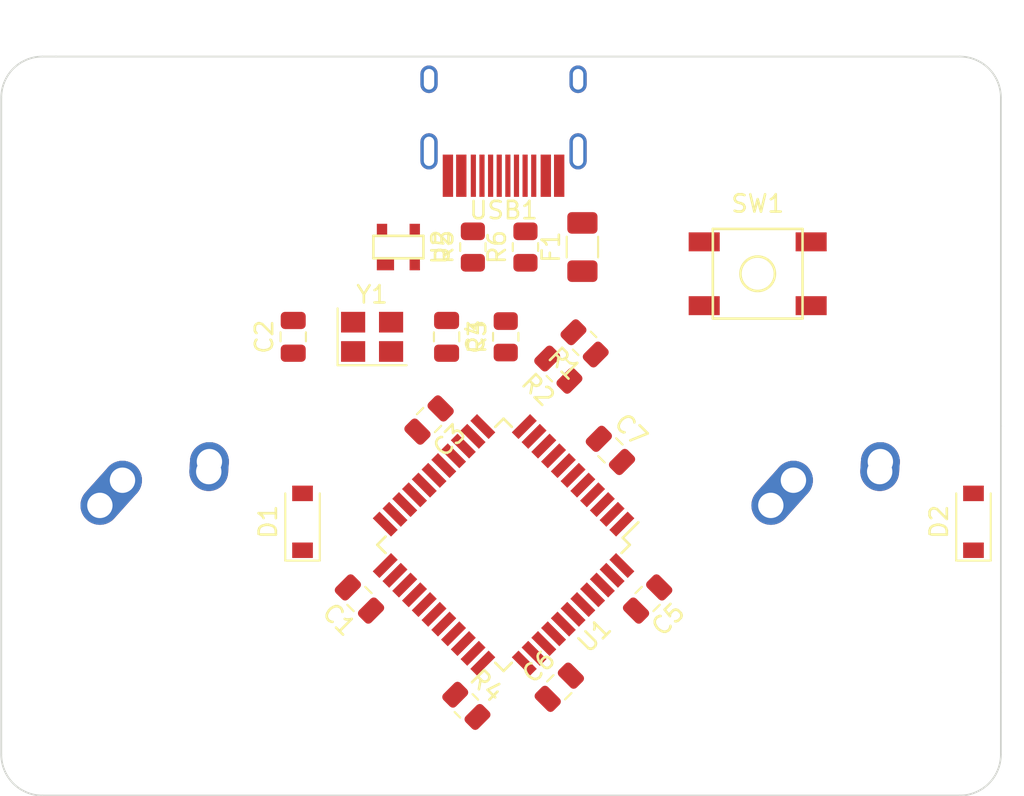
<source format=kicad_pcb>
(kicad_pcb (version 20211014) (generator pcbnew)
  (layers (0 "F.Cu" signal) (31 "B.Cu" signal) (34 "B.Paste" user) (35 "F.Paste" user) (36 "B.SilkS" user "B.Silkscreen") (37 "F.SilkS" user "F.Silkscreen") (38 "B.Mask" user) (39 "F.Mask" user) (44 "Edge.Cuts" user))
  (net 0 "")
  (net 1 "+5V")
  (net 2 "GND")
  (net 3 "XTAL1")
  (net 4 "XTAL2")
  (net 5 "Net-(C7-Pad1)")
  (net 6 "ROW0")
  (net 7 "Net-(D1-Pad2)")
  (net 8 "Net-(D2-Pad2)")
  (net 9 "VCC")
  (net 10 "COL0")
  (net 11 "COL1")
  (net 12 "D-")
  (net 13 "Net-(R1-Pad2)")
  (net 14 "D+")
  (net 15 "Net-(R2-Pad2)")
  (net 16 "Net-(R3-Pad2)")
  (net 17 "Net-(R4-Pad1)")
  (net 18 "Net-(R5-Pad2)")
  (net 19 "Net-(R6-Pad2)")
  (footprint "random-keyboard-parts:SKQG-1155865" (layer "F.Cu") (at 211.328 88.7984 180)
    (fp_text reference "SW1" (at 0 4.064) (layer "F.SilkS"))
    (fp_text value "SW_Push")
    (fp_line (start 2.6 -2.6) (end 2.6 2.6) (layer "F.SilkS") (width 0.15))
    (fp_line (start -2.6 -2.6) (end 2.6 -2.6) (layer "F.SilkS") (width 0.15))
    (fp_line (start -2.6 2.6) (end -2.6 -2.6) (layer "F.SilkS") (width 0.15))
    (fp_line (start 2.6 2.6) (end -2.6 2.6) (layer "F.SilkS") (width 0.15))
    (fp_circle (center 0 0) (end 1 0) (layer "F.SilkS") (width 0.15) (fill none))
    (pad "1" smd rect locked (at 3.1 1.85 180) (size 1.8 1.1) (layers "F.Cu" "F.Paste" "F.Mask") (net 2 "GND"))
    (pad "2" smd rect locked (at -3.1 -1.85 180) (size 1.8 1.1) (layers "F.Cu" "F.Paste" "F.Mask") (net 16 "Net-(R3-Pad2)"))
    (pad "3" smd rect locked (at 3.1 -1.85 180) (size 1.8 1.1) (layers "F.Cu" "F.Paste" "F.Mask"))
    (pad "4" smd rect locked (at -3.1 1.85 180) (size 1.8 1.1) (layers "F.Cu" "F.Paste" "F.Mask"))
  )
  (footprint "Capacitor_SMD:C_0805_2012Metric" (layer "F.Cu") (at 199.828892 112.782836 45)
    (fp_text reference "C6" (at 0 -1.68 45) (layer "F.SilkS"))
    (fp_text value "10uF")
    (fp_line (start -0.261252 0.735) (end 0.261252 0.735) (layer "F.SilkS") (width 0.12))
    (fp_line (start -0.261252 -0.735) (end 0.261252 -0.735) (layer "F.SilkS") (width 0.12))
    (pad "1" smd roundrect (at -0.95 0 45) (size 1 1.45) (layers "F.Cu" "F.Paste" "F.Mask") (net 1 "+5V"))
    (pad "2" smd roundrect (at 0.95 0 45) (size 1 1.45) (layers "F.Cu" "F.Paste" "F.Mask") (net 2 "GND"))
  )
  (footprint "Resistor_SMD:R_0805_2012Metric" (layer "F.Cu") (at 196.723 92.456 90)
    (fp_text reference "R3" (at 0 -1.65 90) (layer "F.SilkS"))
    (fp_text value "10k")
    (fp_line (start -0.227064 -0.735) (end 0.227064 -0.735) (layer "F.SilkS") (width 0.12))
    (fp_line (start -0.227064 0.735) (end 0.227064 0.735) (layer "F.SilkS") (width 0.12))
    (pad "1" smd roundrect (at -0.9125 0 90) (size 1.025 1.4) (layers "F.Cu" "F.Paste" "F.Mask") (roundrect_rratio 0.243902) (net 1 "+5V"))
    (pad "2" smd roundrect (at 0.9125 0 90) (size 1.025 1.4) (layers "F.Cu" "F.Paste" "F.Mask") (roundrect_rratio 0.243902) (net 16 "Net-(R3-Pad2)"))
  )
  (footprint "Diode_SMD:D_SOD-123" (layer "F.Cu") (at 223.8375 103.1875 90)
    (fp_text reference "D2" (at 0 -2 90) (layer "F.SilkS"))
    (fp_text value "D_Small")
    (fp_line (start -2.25 -1) (end -2.25 1) (layer "F.SilkS") (width 0.12))
    (fp_line (start -2.25 -1) (end 1.65 -1) (layer "F.SilkS") (width 0.12))
    (fp_line (start -2.25 1) (end 1.65 1) (layer "F.SilkS") (width 0.12))
    (pad "1" smd rect (at -1.65 0 90) (size 0.9 1.2) (layers "F.Cu" "F.Paste" "F.Mask") (net 6 "ROW0"))
    (pad "2" smd rect (at 1.65 0 90) (size 0.9 1.2) (layers "F.Cu" "F.Paste" "F.Mask") (net 8 "Net-(D2-Pad2)"))
  )
  (footprint "Resistor_SMD:R_0805_2012Metric" (layer "F.Cu") (at 199.771 94.361 135)
    (fp_text reference "R2" (at 0 -1.65 135) (layer "F.SilkS"))
    (fp_text value "22")
    (fp_line (start -0.227064 -0.735) (end 0.227064 -0.735) (layer "F.SilkS") (width 0.12))
    (fp_line (start -0.227064 0.735) (end 0.227064 0.735) (layer "F.SilkS") (width 0.12))
    (pad "1" smd roundrect (at -0.9125 0 135) (size 1.025 1.4) (layers "F.Cu" "F.Paste" "F.Mask") (roundrect_rratio 0.243902) (net 14 "D+"))
    (pad "2" smd roundrect (at 0.9125 0 135) (size 1.025 1.4) (layers "F.Cu" "F.Paste" "F.Mask") (roundrect_rratio 0.243902) (net 15 "Net-(R2-Pad2)"))
  )
  (footprint "Capacitor_SMD:C_0805_2012Metric" (layer "F.Cu") (at 202.792377 99.043044 -45)
    (fp_text reference "C7" (at 0 -1.68 135) (layer "F.SilkS"))
    (fp_text value "1uF")
    (fp_line (start -0.261252 -0.735) (end 0.261252 -0.735) (layer "F.SilkS") (width 0.12))
    (fp_line (start -0.261252 0.735) (end 0.261252 0.735) (layer "F.SilkS") (width 0.12))
    (pad "1" smd roundrect (at -0.95 0 315) (size 1 1.45) (layers "F.Cu" "F.Paste" "F.Mask") (net 5 "Net-(C7-Pad1)"))
    (pad "2" smd roundrect (at 0.95 0 315) (size 1 1.45) (layers "F.Cu" "F.Paste" "F.Mask") (net 2 "GND"))
  )
  (footprint "Type-C:HRO-TYPE-C-31-M-12-HandSoldering" (layer "F.Cu") (at 196.596 74.917 180)
    (fp_text reference "USB1" (at 0 -10.2) (layer "F.SilkS"))
    (fp_text value "HRO-TYPE-C-31-M-12")
    (pad "" np_thru_hole circle locked (at 2.89 -6.25 180) (size 0.65 0.65) (drill 0.65) (layers *.Cu *.Mask))
    (pad "" np_thru_hole circle locked (at -2.89 -6.25 180) (size 0.65 0.65) (drill 0.65) (layers *.Cu *.Mask))
    (pad "1" smd rect locked (at -3.225 -8.195 180) (size 0.6 2.45) (layers "F.Cu" "F.Paste" "F.Mask") (net 2 "GND"))
    (pad "2" smd rect locked (at -2.45 -8.195 180) (size 0.6 2.45) (layers "F.Cu" "F.Paste" "F.Mask") (net 9 "VCC"))
    (pad "3" smd rect locked (at -1.75 -8.195 180) (size 0.3 2.45) (layers "F.Cu" "F.Paste" "F.Mask"))
    (pad "4" smd rect locked (at -1.25 -8.195 180) (size 0.3 2.45) (layers "F.Cu" "F.Paste" "F.Mask") (net 19 "Net-(R6-Pad2)"))
    (pad "5" smd rect locked (at -0.75 -8.195 180) (size 0.3 2.45) (layers "F.Cu" "F.Paste" "F.Mask") (net 12 "D-"))
    (pad "6" smd rect locked (at -0.25 -8.195 180) (size 0.3 2.45) (layers "F.Cu" "F.Paste" "F.Mask") (net 14 "D+"))
    (pad "7" smd rect locked (at 0.25 -8.195 180) (size 0.3 2.45) (layers "F.Cu" "F.Paste" "F.Mask") (net 12 "D-"))
    (pad "8" smd rect locked (at 0.75 -8.195 180) (size 0.3 2.45) (layers "F.Cu" "F.Paste" "F.Mask") (net 14 "D+"))
    (pad "9" smd rect locked (at 1.25 -8.195 180) (size 0.3 2.45) (layers "F.Cu" "F.Paste" "F.Mask"))
    (pad "10" smd rect locked (at 1.75 -8.195 180) (size 0.3 2.45) (layers "F.Cu" "F.Paste" "F.Mask") (net 18 "Net-(R5-Pad2)"))
    (pad "11" smd rect locked (at 2.45 -8.195 180) (size 0.6 2.45) (layers "F.Cu" "F.Paste" "F.Mask") (net 9 "VCC"))
    (pad "12" smd rect locked (at 3.225 -8.195 180) (size 0.6 2.45) (layers "F.Cu" "F.Paste" "F.Mask") (net 2 "GND"))
    (pad "13" thru_hole oval locked (at -4.32 -6.78 180) (size 1 2.1) (drill oval 0.6 1.7) (layers *.Cu "B.Mask") (net 2 "GND"))
    (pad "13" thru_hole oval locked (at 4.32 -6.78 180) (size 1 2.1) (drill oval 0.6 1.7) (layers *.Cu "B.Mask") (net 2 "GND"))
    (pad "13" thru_hole oval locked (at -4.32 -2.6 180) (size 1 1.6) (drill oval 0.6 1.2) (layers *.Cu "B.Mask") (net 2 "GND"))
    (pad "13" thru_hole oval locked (at 4.32 -2.6 180) (size 1 1.6) (drill oval 0.6 1.2) (layers *.Cu "B.Mask") (net 2 "GND"))
  )
  (footprint "Resistor_SMD:R_0805_2012Metric" (layer "F.Cu") (at 197.866 87.249 90)
    (fp_text reference "R6" (at 0 -1.65 90) (layer "F.SilkS"))
    (fp_text value "5.1k")
    (fp_line (start -0.227064 -0.735) (end 0.227064 -0.735) (layer "F.SilkS") (width 0.12))
    (fp_line (start -0.227064 0.735) (end 0.227064 0.735) (layer "F.SilkS") (width 0.12))
    (pad "1" smd roundrect (at -0.9125 0 90) (size 1.025 1.4) (layers "F.Cu" "F.Paste" "F.Mask") (roundrect_rratio 0.243902) (net 2 "GND"))
    (pad "2" smd roundrect (at 0.9125 0 90) (size 1.025 1.4) (layers "F.Cu" "F.Paste" "F.Mask") (roundrect_rratio 0.243902) (net 19 "Net-(R6-Pad2)"))
  )
  (footprint "MX_Alps_Hybrid:MX-1U-NoLED" (layer "F.Cu") (at 215.9 104.775)
    (fp_text reference "MX2")
    (fp_text value "MX-NoLED")
    (pad "" np_thru_hole circle locked (at 5.08 0 48.0996) (size 1.75 1.75) (drill 1.75) (layers *.Cu *.Mask))
    (pad "" np_thru_hole circle locked (at -5.08 0 48.0996) (size 1.75 1.75) (drill 1.75) (layers *.Cu *.Mask))
    (pad "" np_thru_hole circle locked (at 0 0) (size 3.9878 3.9878) (drill 3.9878) (layers *.Cu *.Mask))
    (pad "1" thru_hole oval locked (at -3.81 -2.54 48.0996) (size 4.211556 2.25) (drill 1.47 (offset 0.980778 0)) (layers *.Cu "B.Mask") (net 11 "COL1"))
    (pad "1" thru_hole circle locked (at -2.5 -4) (size 2.25 2.25) (drill 1.47) (layers *.Cu "B.Mask") (net 11 "COL1"))
    (pad "2" thru_hole oval locked (at 2.5 -4.5 86.0548) (size 2.831378 2.25) (drill 1.47 (offset 0.290689 0)) (layers *.Cu "B.Mask") (net 8 "Net-(D2-Pad2)"))
    (pad "2" thru_hole circle locked (at 2.54 -5.08) (size 2.25 2.25) (drill 1.47) (layers *.Cu "B.Mask") (net 8 "Net-(D2-Pad2)"))
  )
  (footprint "Crystal:Crystal_SMD_3225-4Pin_3.2x2.5mm" (layer "F.Cu") (at 188.976 92.456)
    (fp_text reference "Y1" (at 0 -2.45) (layer "F.SilkS"))
    (fp_text value "16M")
    (fp_line (start -2 -1.65) (end -2 1.65) (layer "F.SilkS") (width 0.12))
    (fp_line (start -2 1.65) (end 2 1.65) (layer "F.SilkS") (width 0.12))
    (pad "1" smd rect (at -1.1 0.85) (size 1.4 1.2) (layers "F.Cu" "F.Paste" "F.Mask") (net 3 "XTAL1"))
    (pad "2" smd rect (at 1.1 0.85) (size 1.4 1.2) (layers "F.Cu" "F.Paste" "F.Mask") (net 2 "GND"))
    (pad "3" smd rect (at 1.1 -0.85) (size 1.4 1.2) (layers "F.Cu" "F.Paste" "F.Mask") (net 4 "XTAL2"))
    (pad "4" smd rect (at -1.1 -0.85) (size 1.4 1.2) (layers "F.Cu" "F.Paste" "F.Mask") (net 2 "GND"))
  )
  (footprint "Capacitor_SMD:C_0805_2012Metric" (layer "F.Cu") (at 184.404 92.456 90)
    (fp_text reference "C2" (at 0 -1.68 90) (layer "F.SilkS"))
    (fp_text value "22p")
    (fp_line (start -0.261252 0.735) (end 0.261252 0.735) (layer "F.SilkS") (width 0.12))
    (fp_line (start -0.261252 -0.735) (end 0.261252 -0.735) (layer "F.SilkS") (width 0.12))
    (pad "1" smd roundrect (at -0.95 0 90) (size 1 1.45) (layers "F.Cu" "F.Paste" "F.Mask") (net 3 "XTAL1"))
    (pad "2" smd roundrect (at 0.95 0 90) (size 1 1.45) (layers "F.Cu" "F.Paste" "F.Mask") (net 2 "GND"))
  )
  (footprint "Resistor_SMD:R_0805_2012Metric" (layer "F.Cu") (at 194.440739 113.860466 -45)
    (fp_text reference "R4" (at 0 -1.65 135) (layer "F.SilkS"))
    (fp_text value "10k")
    (fp_line (start -0.227064 -0.735) (end 0.227064 -0.735) (layer "F.SilkS") (width 0.12))
    (fp_line (start -0.227064 0.735) (end 0.227064 0.735) (layer "F.SilkS") (width 0.12))
    (pad "1" smd roundrect (at -0.9125 0 315) (size 1.025 1.4) (layers "F.Cu" "F.Paste" "F.Mask") (roundrect_rratio 0.243902) (net 17 "Net-(R4-Pad1)"))
    (pad "2" smd roundrect (at 0.9125 0 315) (size 1.025 1.4) (layers "F.Cu" "F.Paste" "F.Mask") (roundrect_rratio 0.243902) (net 2 "GND"))
  )
  (footprint "MX_Alps_Hybrid:MX-1U-NoLED" (layer "F.Cu") (at 177.00625 104.775)
    (fp_text reference "MX1")
    (fp_text value "MX-NoLED")
    (pad "" np_thru_hole circle locked (at 5.08 0 48.0996) (size 1.75 1.75) (drill 1.75) (layers *.Cu *.Mask))
    (pad "" np_thru_hole circle locked (at -5.08 0 48.0996) (size 1.75 1.75) (drill 1.75) (layers *.Cu *.Mask))
    (pad "" np_thru_hole circle locked (at 0 0) (size 3.9878 3.9878) (drill 3.9878) (layers *.Cu *.Mask))
    (pad "1" thru_hole circle locked (at -2.5 -4) (size 2.25 2.25) (drill 1.47) (layers *.Cu "B.Mask") (net 10 "COL0"))
    (pad "1" thru_hole oval locked (at -3.81 -2.54 48.0996) (size 4.211556 2.25) (drill 1.47 (offset 0.980778 0)) (layers *.Cu "B.Mask") (net 10 "COL0"))
    (pad "2" thru_hole circle locked (at 2.54 -5.08) (size 2.25 2.25) (drill 1.47) (layers *.Cu "B.Mask") (net 7 "Net-(D1-Pad2)"))
    (pad "2" thru_hole oval locked (at 2.5 -4.5 86.0548) (size 2.831378 2.25) (drill 1.47 (offset 0.290689 0)) (layers *.Cu "B.Mask") (net 7 "Net-(D1-Pad2)"))
  )
  (footprint "Resistor_SMD:R_0805_2012Metric" (layer "F.Cu") (at 201.295 92.837 135)
    (fp_text reference "R1" (at 0 -1.65 135) (layer "F.SilkS"))
    (fp_text value "22")
    (fp_line (start -0.227064 0.735) (end 0.227064 0.735) (layer "F.SilkS") (width 0.12))
    (fp_line (start -0.227064 -0.735) (end 0.227064 -0.735) (layer "F.SilkS") (width 0.12))
    (pad "1" smd roundrect (at -0.9125 0 135) (size 1.025 1.4) (layers "F.Cu" "F.Paste" "F.Mask") (roundrect_rratio 0.243902) (net 12 "D-"))
    (pad "2" smd roundrect (at 0.9125 0 135) (size 1.025 1.4) (layers "F.Cu" "F.Paste" "F.Mask") (roundrect_rratio 0.243902) (net 13 "Net-(R1-Pad2)"))
  )
  (footprint "Fuse:Fuse_1206_3216Metric" (layer "F.Cu") (at 201.168 87.249 90)
    (fp_text reference "F1" (at 0 -1.82 90) (layer "F.SilkS"))
    (fp_text value "500m")
    (fp_line (start -0.602064 0.91) (end 0.602064 0.91) (layer "F.SilkS") (width 0.12))
    (fp_line (start -0.602064 -0.91) (end 0.602064 -0.91) (layer "F.SilkS") (width 0.12))
    (pad "1" smd roundrect (at -1.4 0 90) (size 1.25 1.75) (layers "F.Cu" "F.Paste" "F.Mask") (roundrect_rratio 0.2) (net 9 "VCC"))
    (pad "2" smd roundrect (at 1.4 0 90) (size 1.25 1.75) (layers "F.Cu" "F.Paste" "F.Mask") (roundrect_rratio 0.2) (net 1 "+5V"))
  )
  (footprint "Capacitor_SMD:C_0805_2012Metric" (layer "F.Cu") (at 192.278 97.282 -135)
    (fp_text reference "C3" (at 0 -1.68 45) (layer "F.SilkS"))
    (fp_text value "0.1uF")
    (fp_line (start -0.261252 0.735) (end 0.261252 0.735) (layer "F.SilkS") (width 0.12))
    (fp_line (start -0.261252 -0.735) (end 0.261252 -0.735) (layer "F.SilkS") (width 0.12))
    (pad "1" smd roundrect (at -0.95 0 225) (size 1 1.45) (layers "F.Cu" "F.Paste" "F.Mask") (net 1 "+5V"))
    (pad "2" smd roundrect (at 0.95 0 225) (size 1 1.45) (layers "F.Cu" "F.Paste" "F.Mask") (net 2 "GND"))
  )
  (footprint "Package_QFP:TQFP-44_10x10mm_P0.8mm" (layer "F.Cu") (at 196.596 104.521 -135)
    (fp_text reference "U1" (at 0 -7.45 45) (layer "F.SilkS"))
    (fp_text value "ATmega32U4-A")
    (fp_line (start 5.175 5.175) (end 4.5 5.175) (layer "F.SilkS") (width 0.15))
    (fp_line (start 5.175 -5.175) (end 5.175 -4.5) (layer "F.SilkS") (width 0.15))
    (fp_line (start -5.175 5.175) (end -5.175 4.5) (layer "F.SilkS") (width 0.15))
    (fp_line (start -5.175 -4.6) (end -6.45 -4.6) (layer "F.SilkS") (width 0.15))
    (fp_line (start -5.175 5.175) (end -4.5 5.175) (layer "F.SilkS") (width 0.15))
    (fp_line (start 5.175 5.175) (end 5.175 4.5) (layer "F.SilkS") (width 0.15))
    (fp_line (start -5.175 -5.175) (end -5.175 -4.6) (layer "F.SilkS") (width 0.15))
    (fp_line (start -5.175 -5.175) (end -4.5 -5.175) (layer "F.SilkS") (width 0.15))
    (fp_line (start 5.175 -5.175) (end 4.5 -5.175) (layer "F.SilkS") (width 0.15))
    (pad "1" smd rect (at -5.7 -4 225) (size 1.5 0.55) (layers "F.Cu" "F.Paste" "F.Mask"))
    (pad "2" smd rect (at -5.7 -3.2 225) (size 1.5 0.55) (layers "F.Cu" "F.Paste" "F.Mask") (net 1 "+5V"))
    (pad "3" smd rect (at -5.7 -2.4 225) (size 1.5 0.55) (layers "F.Cu" "F.Paste" "F.Mask") (net 13 "Net-(R1-Pad2)"))
    (pad "4" smd rect (at -5.7 -1.6 225) (size 1.5 0.55) (layers "F.Cu" "F.Paste" "F.Mask") (net 15 "Net-(R2-Pad2)"))
    (pad "5" smd rect (at -5.7 -0.8 225) (size 1.5 0.55) (layers "F.Cu" "F.Paste" "F.Mask") (net 2 "GND"))
    (pad "6" smd rect (at -5.7 0 225) (size 1.5 0.55) (layers "F.Cu" "F.Paste" "F.Mask") (net 5 "Net-(C7-Pad1)"))
    (pad "7" smd rect (at -5.7 0.8 225) (size 1.5 0.55) (layers "F.Cu" "F.Paste" "F.Mask") (net 1 "+5V"))
    (pad "8" smd rect (at -5.7 1.6 225) (size 1.5 0.55) (layers "F.Cu" "F.Paste" "F.Mask"))
    (pad "9" smd rect (at -5.7 2.4 225) (size 1.5 0.55) (layers "F.Cu" "F.Paste" "F.Mask"))
    (pad "10" smd rect (at -5.7 3.2 225) (size 1.5 0.55) (layers "F.Cu" "F.Paste" "F.Mask"))
    (pad "11" smd rect (at -5.7 4 225) (size 1.5 0.55) (layers "F.Cu" "F.Paste" "F.Mask"))
    (pad "12" smd rect (at -4 5.7 315) (size 1.5 0.55) (layers "F.Cu" "F.Paste" "F.Mask"))
    (pad "13" smd rect (at -3.2 5.7 315) (size 1.5 0.55) (layers "F.Cu" "F.Paste" "F.Mask") (net 16 "Net-(R3-Pad2)"))
    (pad "14" smd rect (at -2.4 5.7 315) (size 1.5 0.55) (layers "F.Cu" "F.Paste" "F.Mask") (net 1 "+5V"))
    (pad "15" smd rect (at -1.6 5.7 315) (size 1.5 0.55) (layers "F.Cu" "F.Paste" "F.Mask") (net 2 "GND"))
    (pad "16" smd rect (at -0.8 5.7 315) (size 1.5 0.55) (layers "F.Cu" "F.Paste" "F.Mask") (net 4 "XTAL2"))
    (pad "17" smd rect (at 0 5.7 315) (size 1.5 0.55) (layers "F.Cu" "F.Paste" "F.Mask") (net 3 "XTAL1"))
    (pad "18" smd rect (at 0.8 5.7 315) (size 1.5 0.55) (layers "F.Cu" "F.Paste" "F.Mask"))
    (pad "19" smd rect (at 1.6 5.7 315) (size 1.5 0.55) (layers "F.Cu" "F.Paste" "F.Mask"))
    (pad "20" smd rect (at 2.4 5.7 315) (size 1.5 0.55) (layers "F.Cu" "F.Paste" "F.Mask"))
    (pad "21" smd rect (at 3.2 5.7 315) (size 1.5 0.55) (layers "F.Cu" "F.Paste" "F.Mask"))
    (pad "22" smd rect (at 4 5.7 315) (size 1.5 0.55) (layers "F.Cu" "F.Paste" "F.Mask"))
    (pad "23" smd rect (at 5.7 4 225) (size 1.5 0.55) (layers "F.Cu" "F.Paste" "F.Mask") (net 2 "GND"))
    (pad "24" smd rect (at 5.7 3.2 225) (size 1.5 0.55) (layers "F.Cu" "F.Paste" "F.Mask") (net 1 "+5V"))
    (pad "25" smd rect (at 5.7 2.4 225) (size 1.5 0.55) (layers "F.Cu" "F.Paste" "F.Mask"))
    (pad "26" smd rect (at 5.7 1.6 225) (size 1.5 0.55) (layers "F.Cu" "F.Paste" "F.Mask"))
    (pad "27" smd rect (at 5.7 0.8 225) (size 1.5 0.55) (layers "F.Cu" "F.Paste" "F.Mask") (net 6 "ROW0"))
    (pad "28" smd rect (at 5.7 0 225) (size 1.5 0.55) (layers "F.Cu" "F.Paste" "F.Mask") (net 11 "COL1"))
    (pad "29" smd rect (at 5.7 -0.8 225) (size 1.5 0.55) (layers "F.Cu" "F.Paste" "F.Mask") (net 10 "COL0"))
    (pad "30" smd rect (at 5.7 -1.6 225) (size 1.5 0.55) (layers "F.Cu" "F.Paste" "F.Mask"))
    (pad "31" smd rect (at 5.7 -2.4 225) (size 1.5 0.55) (layers "F.Cu" "F.Paste" "F.Mask"))
    (pad "32" smd rect (at 5.7 -3.2 225) (size 1.5 0.55) (layers "F.Cu" "F.Paste" "F.Mask"))
    (pad "33" smd rect (at 5.7 -4 225) (size 1.5 0.55) (layers "F.Cu" "F.Paste" "F.Mask") (net 17 "Net-(R4-Pad1)"))
    (pad "34" smd rect (at 4 -5.7 315) (size 1.5 0.55) (layers "F.Cu" "F.Paste" "F.Mask") (net 1 "+5V"))
    (pad "35" smd rect (at 3.2 -5.7 315) (size 1.5 0.55) (layers "F.Cu" "F.Paste" "F.Mask") (net 2 "GND"))
    (pad "36" smd rect (at 2.4 -5.7 315) (size 1.5 0.55) (layers "F.Cu" "F.Paste" "F.Mask"))
    (pad "37" smd rect (at 1.6 -5.7 315) (size 1.5 0.55) (layers "F.Cu" "F.Paste" "F.Mask"))
    (pad "38" smd rect (at 0.8 -5.7 315) (size 1.5 0.55) (layers "F.Cu" "F.Paste" "F.Mask"))
    (pad "39" smd rect (at 0 -5.7 315) (size 1.5 0.55) (layers "F.Cu" "F.Paste" "F.Mask"))
    (pad "40" smd rect (at -0.8 -5.7 315) (size 1.5 0.55) (layers "F.Cu" "F.Paste" "F.Mask"))
    (pad "41" smd rect (at -1.6 -5.7 315) (size 1.5 0.55) (layers "F.Cu" "F.Paste" "F.Mask"))
    (pad "42" smd rect (at -2.4 -5.7 315) (size 1.5 0.55) (layers "F.Cu" "F.Paste" "F.Mask"))
    (pad "43" smd rect (at -3.2 -5.7 315) (size 1.5 0.55) (layers "F.Cu" "F.Paste" "F.Mask") (net 2 "GND"))
    (pad "44" smd rect (at -4 -5.7 315) (size 1.5 0.55) (layers "F.Cu" "F.Paste" "F.Mask") (net 1 "+5V"))
  )
  (footprint "Capacitor_SMD:C_0805_2012Metric" (layer "F.Cu") (at 204.947638 107.66409 -135)
    (fp_text reference "C5" (at 0 -1.68 45) (layer "F.SilkS"))
    (fp_text value "0.1uF")
    (fp_line (start -0.261252 -0.735) (end 0.261252 -0.735) (layer "F.SilkS") (width 0.12))
    (fp_line (start -0.261252 0.735) (end 0.261252 0.735) (layer "F.SilkS") (width 0.12))
    (pad "1" smd roundrect (at -0.95 0 225) (size 1 1.45) (layers "F.Cu" "F.Paste" "F.Mask") (net 1 "+5V"))
    (pad "2" smd roundrect (at 0.95 0 225) (size 1 1.45) (layers "F.Cu" "F.Paste" "F.Mask") (net 2 "GND"))
  )
  (footprint "Capacitor_SMD:C_0805_2012Metric" (layer "F.Cu") (at 193.294 92.456 -90)
    (fp_text reference "C4" (at 0 -1.68 90) (layer "F.SilkS"))
    (fp_text value "22p")
    (fp_line (start -0.261252 -0.735) (end 0.261252 -0.735) (layer "F.SilkS") (width 0.12))
    (fp_line (start -0.261252 0.735) (end 0.261252 0.735) (layer "F.SilkS") (width 0.12))
    (pad "1" smd roundrect (at -0.95 0 270) (size 1 1.45) (layers "F.Cu" "F.Paste" "F.Mask") (net 4 "XTAL2"))
    (pad "2" smd roundrect (at 0.95 0 270) (size 1 1.45) (layers "F.Cu" "F.Paste" "F.Mask") (net 2 "GND"))
  )
  (footprint "Diode_SMD:D_SOD-123" (layer "F.Cu") (at 184.94375 103.1875 90)
    (fp_text reference "D1" (at 0 -2 90) (layer "F.SilkS"))
    (fp_text value "D_Small")
    (fp_line (start -2.25 -1) (end 1.65 -1) (layer "F.SilkS") (width 0.12))
    (fp_line (start -2.25 -1) (end -2.25 1) (layer "F.SilkS") (width 0.12))
    (fp_line (start -2.25 1) (end 1.65 1) (layer "F.SilkS") (width 0.12))
    (pad "1" smd rect (at -1.65 0 90) (size 0.9 1.2) (layers "F.Cu" "F.Paste" "F.Mask") (net 6 "ROW0"))
    (pad "2" smd rect (at 1.65 0 90) (size 0.9 1.2) (layers "F.Cu" "F.Paste" "F.Mask") (net 7 "Net-(D1-Pad2)"))
  )
  (footprint "random-keyboard-parts:SOT143B" (layer "F.Cu") (at 190.5 87.249 90)
    (fp_text reference "U2" (at 0 2.45 90) (layer "F.SilkS"))
    (fp_text value "PRTR5V0U2X")
    (fp_line (start -0.65 -1.45) (end -0.65 1.45) (layer "F.SilkS") (width 0.15))
    (fp_line (start -0.65 1.45) (end 0.65 1.45) (layer "F.SilkS") (width 0.15))
    (fp_line (start 0.65 -1.45) (end 0.65 1.45) (layer "F.SilkS") (width 0.15))
    (fp_line (start 0.65 -1.45) (end -0.65 -1.45) (layer "F.SilkS") (width 0.15))
    (pad "1" smd rect locked (at -1 -0.75) (size 1 0.7) (layers "F.Cu" "F.Paste" "F.Mask") (net 2 "GND"))
    (pad "2" smd rect locked (at -1 0.95) (size 0.6 0.7) (layers "F.Cu" "F.Paste" "F.Mask") (net 14 "D+"))
    (pad "3" smd rect locked (at 1 0.95) (size 0.6 0.7) (layers "F.Cu" "F.Paste" "F.Mask") (net 12 "D-"))
    (pad "4" smd rect locked (at 1 -0.95) (size 0.6 0.7) (layers "F.Cu" "F.Paste" "F.Mask") (net 9 "VCC"))
  )
  (footprint "Resistor_SMD:R_0805_2012Metric" (layer "F.Cu") (at 194.818 87.249 90)
    (fp_text reference "R5" (at 0 -1.65 90) (layer "F.SilkS"))
    (fp_text value "5.1k")
    (fp_line (start -0.227064 0.735) (end 0.227064 0.735) (layer "F.SilkS") (width 0.12))
    (fp_line (start -0.227064 -0.735) (end 0.227064 -0.735) (layer "F.SilkS") (width 0.12))
    (pad "1" smd roundrect (at -0.9125 0 90) (size 1.025 1.4) (layers "F.Cu" "F.Paste" "F.Mask") (roundrect_rratio 0.243902) (net 2 "GND"))
    (pad "2" smd roundrect (at 0.9125 0 90) (size 1.025 1.4) (layers "F.Cu" "F.Paste" "F.Mask") (roundrect_rratio 0.243902) (net 18 "Net-(R5-Pad2)"))
  )
  (footprint "Capacitor_SMD:C_0805_2012Metric" (layer "F.Cu") (at 188.244362 107.66409 135)
    (fp_text reference "C1" (at 0 -1.68 135) (layer "F.SilkS"))
    (fp_text value "0.1uF")
    (fp_line (start -0.261252 0.735) (end 0.261252 0.735) (layer "F.SilkS") (width 0.12))
    (fp_line (start -0.261252 -0.735) (end 0.261252 -0.735) (layer "F.SilkS") (width 0.12))
    (pad "1" smd roundrect (at -0.95 0 135) (size 1 1.45) (layers "F.Cu" "F.Paste" "F.Mask") (net 1 "+5V"))
    (pad "2" smd roundrect (at 0.95 0 135) (size 1 1.45) (layers "F.Cu" "F.Paste" "F.Mask") (net 2 "GND"))
  )
  (gr_line (start 225.425 97.63125) (end 225.425 78.58125) (layer "Edge.Cuts") (width 0.1))
  (gr_arc (start 169.8625 119.0625) (mid 168.178702 118.365048) (end 167.48125 116.68125) (layer "Edge.Cuts") (width 0.1))
  (gr_line (start 225.425 111.91875) (end 225.425 116.68125) (layer "Edge.Cuts") (width 0.1))
  (gr_arc (start 167.48125 78.58125) (mid 168.178702 76.897452) (end 169.8625 76.2) (layer "Edge.Cuts") (width 0.1))
  (gr_line (start 169.8625 76.2) (end 170.65625 76.2) (layer "Edge.Cuts") (width 0.1))
  (gr_line (start 223.04375 119.0625) (end 169.8625 119.0625) (layer "Edge.Cuts") (width 0.1))
  (gr_line (start 167.48125 116.68125) (end 167.48125 78.58125) (layer "Edge.Cuts") (width 0.1))
  (gr_arc (start 225.425 116.68125) (mid 224.727548 118.365048) (end 223.04375 119.0625) (layer "Edge.Cuts") (width 0.1))
  (gr_line (start 225.425 97.63125) (end 225.425 111.91875) (layer "Edge.Cuts") (width 0.1))
  (gr_line (start 223.04375 76.2) (end 170.65625 76.2) (layer "Edge.Cuts") (width 0.1))
  (gr_arc (start 223.04375 76.2) (mid 224.727548 76.897452) (end 225.425 78.58125) (layer "Edge.Cuts") (width 0.1))
)
</source>
